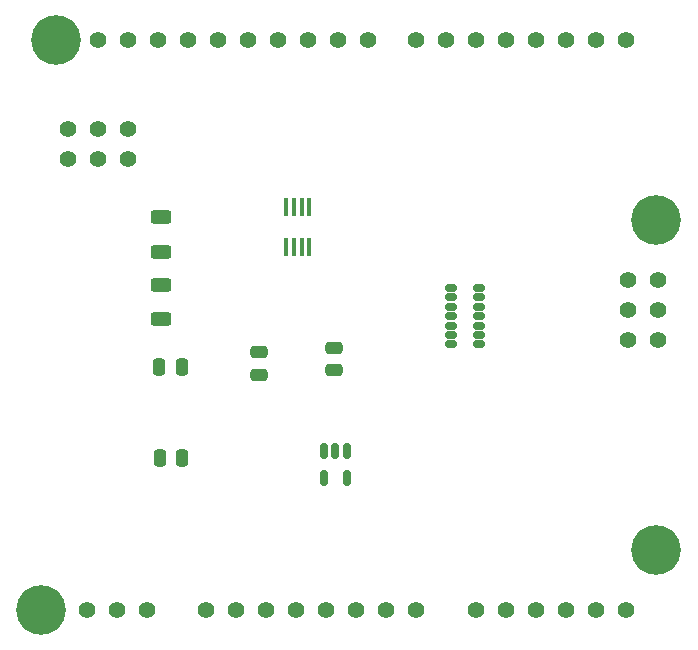
<source format=gbr>
%TF.GenerationSoftware,KiCad,Pcbnew,8.0.5*%
%TF.CreationDate,2024-12-01T00:47:41-06:00*%
%TF.ProjectId,ArduinoUnoR4Shield,41726475-696e-46f5-956e-6f5234536869,1.0*%
%TF.SameCoordinates,Original*%
%TF.FileFunction,Soldermask,Top*%
%TF.FilePolarity,Negative*%
%FSLAX46Y46*%
G04 Gerber Fmt 4.6, Leading zero omitted, Abs format (unit mm)*
G04 Created by KiCad (PCBNEW 8.0.5) date 2024-12-01 00:47:41*
%MOMM*%
%LPD*%
G01*
G04 APERTURE LIST*
G04 Aperture macros list*
%AMRoundRect*
0 Rectangle with rounded corners*
0 $1 Rounding radius*
0 $2 $3 $4 $5 $6 $7 $8 $9 X,Y pos of 4 corners*
0 Add a 4 corners polygon primitive as box body*
4,1,4,$2,$3,$4,$5,$6,$7,$8,$9,$2,$3,0*
0 Add four circle primitives for the rounded corners*
1,1,$1+$1,$2,$3*
1,1,$1+$1,$4,$5*
1,1,$1+$1,$6,$7*
1,1,$1+$1,$8,$9*
0 Add four rect primitives between the rounded corners*
20,1,$1+$1,$2,$3,$4,$5,0*
20,1,$1+$1,$4,$5,$6,$7,0*
20,1,$1+$1,$6,$7,$8,$9,0*
20,1,$1+$1,$8,$9,$2,$3,0*%
G04 Aperture macros list end*
%ADD10RoundRect,0.151000X-0.371000X-0.151000X0.371000X-0.151000X0.371000X0.151000X-0.371000X0.151000X0*%
%ADD11RoundRect,0.150000X-0.150000X0.512500X-0.150000X-0.512500X0.150000X-0.512500X0.150000X0.512500X0*%
%ADD12R,0.300000X1.600000*%
%ADD13RoundRect,0.250000X0.625000X-0.312500X0.625000X0.312500X-0.625000X0.312500X-0.625000X-0.312500X0*%
%ADD14RoundRect,0.250000X-0.625000X0.312500X-0.625000X-0.312500X0.625000X-0.312500X0.625000X0.312500X0*%
%ADD15RoundRect,0.250000X-0.475000X0.250000X-0.475000X-0.250000X0.475000X-0.250000X0.475000X0.250000X0*%
%ADD16RoundRect,0.250000X0.250000X0.475000X-0.250000X0.475000X-0.250000X-0.475000X0.250000X-0.475000X0*%
%ADD17RoundRect,0.250000X0.475000X-0.250000X0.475000X0.250000X-0.475000X0.250000X-0.475000X-0.250000X0*%
%ADD18C,1.422000*%
%ADD19C,4.199890*%
G04 APERTURE END LIST*
D10*
%TO.C,MAX30101*%
X155321000Y-89586000D03*
X155321000Y-90386000D03*
X155321000Y-91186000D03*
X155321000Y-91986000D03*
X155321000Y-92786000D03*
X155321000Y-93586000D03*
X155321000Y-94386000D03*
X157711000Y-94386000D03*
X157711000Y-93586000D03*
X157711000Y-92786000D03*
X157711000Y-91986000D03*
X157711000Y-91186000D03*
X157711000Y-90386000D03*
X157711000Y-89586000D03*
%TD*%
D11*
%TO.C,LM4132xMF-1.8*%
X146492000Y-103383500D03*
X145542000Y-103383500D03*
X144592000Y-103383500D03*
X144592000Y-105658500D03*
X146492000Y-105658500D03*
%TD*%
D12*
%TO.C,U9*%
X141392000Y-82755000D03*
X142042000Y-82755000D03*
X142692000Y-82755000D03*
X143342000Y-82755000D03*
X143342000Y-86155000D03*
X142692000Y-86155000D03*
X142042000Y-86155000D03*
X141392000Y-86155000D03*
%TD*%
D13*
%TO.C,R2*%
X130810000Y-92267500D03*
X130810000Y-89342500D03*
%TD*%
D14*
%TO.C,R1*%
X130810000Y-83627500D03*
X130810000Y-86552500D03*
%TD*%
D15*
%TO.C,C4*%
X145415000Y-94681000D03*
X145415000Y-96581000D03*
%TD*%
D16*
%TO.C,0.1uF*%
X132578000Y-104013000D03*
X130678000Y-104013000D03*
%TD*%
D17*
%TO.C,C2*%
X139065000Y-96962000D03*
X139065000Y-95062000D03*
%TD*%
D16*
%TO.C,10uF*%
X132522000Y-96266000D03*
X130622000Y-96266000D03*
%TD*%
D18*
%TO.C,U1*%
X124474990Y-116840010D03*
X127014990Y-116840010D03*
X129554990Y-116840010D03*
%TD*%
%TO.C,U5*%
X170301990Y-88915010D03*
X172841990Y-88915010D03*
X170301990Y-91455010D03*
X172841990Y-91455010D03*
X170301990Y-93995010D03*
X172841990Y-93995010D03*
%TD*%
D19*
%TO.C,H1*%
X172720000Y-83820010D03*
%TD*%
D18*
%TO.C,U7*%
X152399990Y-68580010D03*
X154939990Y-68580010D03*
X157479990Y-68580010D03*
X160019990Y-68580010D03*
X162559990Y-68580010D03*
X165099990Y-68580010D03*
X167639990Y-68580010D03*
X170179990Y-68580010D03*
%TD*%
%TO.C,U6*%
X125476000Y-68580000D03*
X128016000Y-68580000D03*
X130556000Y-68580000D03*
X133096000Y-68580000D03*
X135636000Y-68580000D03*
X138176000Y-68580000D03*
X140716000Y-68580000D03*
X143256000Y-68580000D03*
X145796000Y-68580000D03*
X148336000Y-68580000D03*
%TD*%
D19*
%TO.C,H4*%
X120650000Y-116840000D03*
%TD*%
D18*
%TO.C,U3*%
X157480000Y-116840000D03*
X160020000Y-116840000D03*
X162560000Y-116840000D03*
X165100000Y-116840000D03*
X167640000Y-116840000D03*
X170180000Y-116840000D03*
%TD*%
%TO.C,U2*%
X134620000Y-116840000D03*
X137160000Y-116840000D03*
X139700000Y-116840000D03*
X142240000Y-116840000D03*
X144780000Y-116840000D03*
X147320000Y-116840000D03*
X149860000Y-116840000D03*
X152400000Y-116840000D03*
%TD*%
D19*
%TO.C,H2*%
X121919990Y-68580010D03*
%TD*%
D18*
%TO.C,U4*%
X128016000Y-76149200D03*
X128016000Y-78689200D03*
X125476000Y-76149200D03*
X125476000Y-78689200D03*
X122936000Y-76149200D03*
X122936000Y-78689200D03*
%TD*%
D19*
%TO.C,H3*%
X172720000Y-111760000D03*
%TD*%
M02*

</source>
